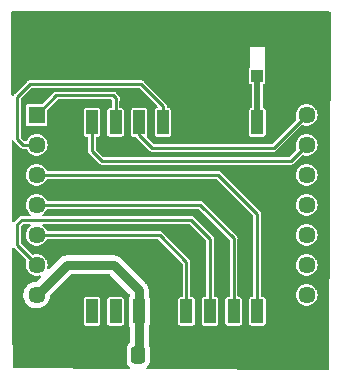
<source format=gbr>
%TF.GenerationSoftware,KiCad,Pcbnew,(6.0.2-0)*%
%TF.CreationDate,2023-05-03T15:41:35+02:00*%
%TF.ProjectId,Board_mikrobus_Nice1280_TCXO,426f6172-645f-46d6-996b-726f6275735f,rev?*%
%TF.SameCoordinates,Original*%
%TF.FileFunction,Copper,L1,Top*%
%TF.FilePolarity,Positive*%
%FSLAX46Y46*%
G04 Gerber Fmt 4.6, Leading zero omitted, Abs format (unit mm)*
G04 Created by KiCad (PCBNEW (6.0.2-0)) date 2023-05-03 15:41:35*
%MOMM*%
%LPD*%
G01*
G04 APERTURE LIST*
G04 Aperture macros list*
%AMRoundRect*
0 Rectangle with rounded corners*
0 $1 Rounding radius*
0 $2 $3 $4 $5 $6 $7 $8 $9 X,Y pos of 4 corners*
0 Add a 4 corners polygon primitive as box body*
4,1,4,$2,$3,$4,$5,$6,$7,$8,$9,$2,$3,0*
0 Add four circle primitives for the rounded corners*
1,1,$1+$1,$2,$3*
1,1,$1+$1,$4,$5*
1,1,$1+$1,$6,$7*
1,1,$1+$1,$8,$9*
0 Add four rect primitives between the rounded corners*
20,1,$1+$1,$2,$3,$4,$5,0*
20,1,$1+$1,$4,$5,$6,$7,0*
20,1,$1+$1,$6,$7,$8,$9,0*
20,1,$1+$1,$8,$9,$2,$3,0*%
G04 Aperture macros list end*
%TA.AperFunction,ComponentPad*%
%ADD10C,1.445000*%
%TD*%
%TA.AperFunction,ComponentPad*%
%ADD11R,1.445000X1.445000*%
%TD*%
%TA.AperFunction,SMDPad,CuDef*%
%ADD12R,1.000000X2.000000*%
%TD*%
%TA.AperFunction,SMDPad,CuDef*%
%ADD13RoundRect,0.250000X-0.337500X-0.475000X0.337500X-0.475000X0.337500X0.475000X-0.337500X0.475000X0*%
%TD*%
%TA.AperFunction,SMDPad,CuDef*%
%ADD14R,1.000000X1.000000*%
%TD*%
%TA.AperFunction,SMDPad,CuDef*%
%ADD15R,1.050000X2.200000*%
%TD*%
%TA.AperFunction,ViaPad*%
%ADD16C,0.800000*%
%TD*%
%TA.AperFunction,Conductor*%
%ADD17C,0.800000*%
%TD*%
%TA.AperFunction,Conductor*%
%ADD18C,0.250000*%
%TD*%
%TA.AperFunction,Conductor*%
%ADD19C,0.500000*%
%TD*%
G04 APERTURE END LIST*
D10*
%TO.P,IC1,16,GND_2*%
%TO.N,GND*%
X148953000Y-93001000D03*
%TO.P,IC1,15,+5V*%
%TO.N,unconnected-(IC1-Pad15)*%
X148953000Y-90461000D03*
%TO.P,IC1,14,SDA*%
%TO.N,unconnected-(IC1-Pad14)*%
X148953000Y-87921000D03*
%TO.P,IC1,13,SCL*%
%TO.N,unconnected-(IC1-Pad13)*%
X148953000Y-85381000D03*
%TO.P,IC1,12,TX*%
%TO.N,unconnected-(IC1-Pad12)*%
X148953000Y-82841000D03*
%TO.P,IC1,11,RX*%
%TO.N,unconnected-(IC1-Pad11)*%
X148953000Y-80301000D03*
%TO.P,IC1,10,INT*%
%TO.N,DIO1*%
X148953000Y-77761000D03*
%TO.P,IC1,9,PWM*%
%TO.N,TXOEN*%
X148953000Y-75221000D03*
%TO.P,IC1,8,GND_1*%
%TO.N,GND*%
X126093000Y-93001000D03*
%TO.P,IC1,7,+3.3V*%
%TO.N,VCC*%
X126093000Y-90461000D03*
%TO.P,IC1,6,MOSI*%
%TO.N,MOSI*%
X126093000Y-87921000D03*
%TO.P,IC1,5,MISO*%
%TO.N,MISO*%
X126093000Y-85381000D03*
%TO.P,IC1,4,SCK*%
%TO.N,SCK*%
X126093000Y-82841000D03*
%TO.P,IC1,3,CS*%
%TO.N,NSS*%
X126093000Y-80301000D03*
%TO.P,IC1,2,RST*%
%TO.N,RESET*%
X126093000Y-77761000D03*
D11*
%TO.P,IC1,1,AN*%
%TO.N,BUSY*%
X126093000Y-75221000D03*
%TD*%
D12*
%TO.P,U1,1,DIO2*%
%TO.N,DIO2*%
X130777000Y-91857000D03*
%TO.P,U1,2,DIO3*%
%TO.N,DIO3*%
X132777000Y-91857000D03*
%TO.P,U1,3,VCC*%
%TO.N,VCC*%
X134777000Y-91857000D03*
%TO.P,U1,4,GND*%
%TO.N,GND*%
X136777000Y-91857000D03*
%TO.P,U1,5,MISO*%
%TO.N,MISO*%
X138777000Y-91857000D03*
%TO.P,U1,6,MOSI*%
%TO.N,MOSI*%
X140777000Y-91857000D03*
%TO.P,U1,7,SCK*%
%TO.N,SCK*%
X142777000Y-91857000D03*
%TO.P,U1,8,NSS*%
%TO.N,NSS*%
X144777000Y-91857000D03*
%TO.P,U1,9,ANT*%
%TO.N,Net-(J1-Pad1)*%
X144777000Y-75857000D03*
%TO.P,U1,10,GND*%
%TO.N,GND*%
X142777000Y-75857000D03*
%TO.P,U1,11,GND*%
X140777000Y-75857000D03*
%TO.P,U1,12,GND*%
X138777000Y-75857000D03*
%TO.P,U1,13,NRESET*%
%TO.N,RESET*%
X136777000Y-75857000D03*
%TO.P,U1,14,TCXOEN*%
%TO.N,TXOEN*%
X134777000Y-75857000D03*
%TO.P,U1,15,BUSY*%
%TO.N,BUSY*%
X132777000Y-75857000D03*
%TO.P,U1,16,DIO1*%
%TO.N,DIO1*%
X130777000Y-75857000D03*
%TD*%
D13*
%TO.P,C1,1*%
%TO.N,VCC*%
X134707500Y-95541000D03*
%TO.P,C1,2*%
%TO.N,GND*%
X136782500Y-95541000D03*
%TD*%
D14*
%TO.P,J1,1,In*%
%TO.N,Net-(J1-Pad1)*%
X144762000Y-71895000D03*
%TO.P,J1,2,Ext*%
%TO.N,GND*%
X144762000Y-68895000D03*
D15*
X143287000Y-70395000D03*
X146237000Y-70395000D03*
%TD*%
D16*
%TO.N,GND*%
X149613400Y-69963200D03*
X126042200Y-69887000D03*
X149562600Y-67651800D03*
X147424380Y-67651800D03*
X145286162Y-67651800D03*
X143147944Y-67651800D03*
X141009726Y-67651800D03*
X138871508Y-67651800D03*
X136733290Y-67651800D03*
X134595072Y-67651800D03*
X132456854Y-67651800D03*
X130318636Y-67651800D03*
X128180418Y-67651800D03*
X126042200Y-67651800D03*
X149765800Y-95566400D03*
X147632200Y-95566400D03*
X145498600Y-95566400D03*
X143365000Y-95566400D03*
X141231400Y-95566400D03*
X139097800Y-95566400D03*
X132722400Y-95566400D03*
X130512600Y-95566400D03*
X128302800Y-95566400D03*
X126093000Y-95566400D03*
%TD*%
D17*
%TO.N,GND*%
X136777000Y-95535500D02*
X136782500Y-95541000D01*
X143287000Y-70395000D02*
X143287000Y-70370000D01*
X144762000Y-68895000D02*
X144762000Y-68920000D01*
%TO.N,VCC*%
X126093000Y-90461000D02*
X128633000Y-87921000D01*
X134777000Y-95471500D02*
X134707500Y-95541000D01*
X132641000Y-87921000D02*
X134777000Y-90057000D01*
X128633000Y-87921000D02*
X132641000Y-87921000D01*
X134777000Y-91857000D02*
X134777000Y-95471500D01*
X134777000Y-90057000D02*
X134777000Y-91857000D01*
D18*
%TO.N,MISO*%
X126093000Y-85381000D02*
X136507000Y-85381000D01*
X136507000Y-85381000D02*
X138777000Y-87651000D01*
X138777000Y-87651000D02*
X138777000Y-91857000D01*
%TO.N,NSS*%
X141460000Y-80301000D02*
X144777000Y-83618000D01*
X126093000Y-80301000D02*
X141460000Y-80301000D01*
X144777000Y-83618000D02*
X144777000Y-91857000D01*
%TO.N,MOSI*%
X139174000Y-84111000D02*
X140777000Y-85714000D01*
X124442000Y-84492000D02*
X124823000Y-84111000D01*
X124823000Y-84111000D02*
X139174000Y-84111000D01*
X140777000Y-85714000D02*
X140777000Y-91857000D01*
X124442000Y-86270000D02*
X124442000Y-84492000D01*
X126093000Y-87921000D02*
X124442000Y-86270000D01*
%TO.N,SCK*%
X142777000Y-85682000D02*
X142777000Y-91857000D01*
X139936000Y-82841000D02*
X142777000Y-85682000D01*
X126093000Y-82841000D02*
X139936000Y-82841000D01*
%TO.N,RESET*%
X124442000Y-73697000D02*
X125526520Y-72612480D01*
X126093000Y-77761000D02*
X124950000Y-77761000D01*
X136777000Y-74475000D02*
X136777000Y-75857000D01*
X124442000Y-77253000D02*
X124442000Y-73697000D01*
X124950000Y-77761000D02*
X124442000Y-77253000D01*
X134914480Y-72612480D02*
X136777000Y-74475000D01*
X125526520Y-72612480D02*
X134914480Y-72612480D01*
%TO.N,BUSY*%
X132824000Y-73824000D02*
X132777000Y-73871000D01*
X126093000Y-75221000D02*
X127744000Y-73570000D01*
X127744000Y-73570000D02*
X132570000Y-73570000D01*
X132570000Y-73570000D02*
X132824000Y-73824000D01*
X132777000Y-73871000D02*
X132777000Y-75857000D01*
%TO.N,DIO1*%
X130777000Y-78254000D02*
X131622520Y-79099520D01*
X130777000Y-75857000D02*
X130777000Y-78254000D01*
X131622520Y-79099520D02*
X147614480Y-79099520D01*
X147614480Y-79099520D02*
X148953000Y-77761000D01*
%TO.N,TXOEN*%
X146159000Y-78015000D02*
X148953000Y-75221000D01*
X134777000Y-75857000D02*
X134777000Y-76920000D01*
X134777000Y-76920000D02*
X135872000Y-78015000D01*
X135872000Y-78015000D02*
X146159000Y-78015000D01*
%TO.N,Net-(J1-Pad1)*%
X144777000Y-71910000D02*
X144762000Y-71895000D01*
D19*
X144777000Y-75857000D02*
X144777000Y-71910000D01*
%TD*%
%TA.AperFunction,Conductor*%
%TO.N,GND*%
G36*
X150943776Y-66476907D02*
G01*
X150979740Y-66526407D01*
X150984584Y-66557414D01*
X150858414Y-96711946D01*
X150839264Y-96770057D01*
X150789613Y-96805814D01*
X150758949Y-96810531D01*
X135463401Y-96738040D01*
X135405301Y-96718857D01*
X135369572Y-96669187D01*
X135369862Y-96608002D01*
X135406060Y-96558673D01*
X135413476Y-96553827D01*
X135441507Y-96537250D01*
X135441509Y-96537249D01*
X135446865Y-96534081D01*
X135563081Y-96417865D01*
X135646744Y-96276398D01*
X135692598Y-96118569D01*
X135695500Y-96081694D01*
X135695500Y-95000306D01*
X135692598Y-94963431D01*
X135646744Y-94805602D01*
X135591286Y-94711827D01*
X135577500Y-94661432D01*
X135577500Y-93163356D01*
X135596406Y-93105167D01*
X135599543Y-93100849D01*
X135605050Y-93095342D01*
X135633848Y-93038823D01*
X135659110Y-92989244D01*
X135659110Y-92989243D01*
X135662646Y-92982304D01*
X135677500Y-92888519D01*
X135677499Y-90825482D01*
X135662646Y-90731696D01*
X135605050Y-90618658D01*
X135599543Y-90613151D01*
X135596406Y-90608833D01*
X135577500Y-90550644D01*
X135577500Y-90065991D01*
X135577505Y-90064954D01*
X135578383Y-89981126D01*
X135578441Y-89975593D01*
X135569093Y-89932359D01*
X135567476Y-89922481D01*
X135566692Y-89915486D01*
X135562546Y-89878528D01*
X135560728Y-89873308D01*
X135560727Y-89873303D01*
X135551108Y-89845683D01*
X135547837Y-89834045D01*
X135541659Y-89805472D01*
X135540489Y-89800058D01*
X135521798Y-89759975D01*
X135518034Y-89750704D01*
X135505306Y-89714155D01*
X135505304Y-89714151D01*
X135503485Y-89708927D01*
X135500553Y-89704234D01*
X135485058Y-89679436D01*
X135479292Y-89668817D01*
X135466929Y-89642306D01*
X135464591Y-89637292D01*
X135437484Y-89602346D01*
X135431753Y-89594130D01*
X135411255Y-89561327D01*
X135411251Y-89561322D01*
X135408316Y-89556625D01*
X135380061Y-89528172D01*
X135379398Y-89527463D01*
X135378901Y-89526823D01*
X135353041Y-89500963D01*
X135352798Y-89500718D01*
X135284162Y-89431601D01*
X135284155Y-89431595D01*
X135281770Y-89429193D01*
X135280769Y-89428558D01*
X135279476Y-89427398D01*
X133213366Y-87361288D01*
X133212637Y-87360551D01*
X133154012Y-87300685D01*
X133150141Y-87296732D01*
X133112967Y-87272775D01*
X133104832Y-87266929D01*
X133074593Y-87242790D01*
X133074592Y-87242789D01*
X133070266Y-87239336D01*
X133065289Y-87236930D01*
X133065281Y-87236925D01*
X133038952Y-87224197D01*
X133028411Y-87218282D01*
X133003834Y-87202443D01*
X133003832Y-87202442D01*
X132999183Y-87199446D01*
X132957604Y-87184312D01*
X132948397Y-87180422D01*
X132913566Y-87163584D01*
X132913564Y-87163583D01*
X132908578Y-87161173D01*
X132874687Y-87153349D01*
X132863102Y-87149916D01*
X132835631Y-87139917D01*
X132835624Y-87139915D01*
X132830422Y-87138022D01*
X132797559Y-87133870D01*
X132786546Y-87132479D01*
X132776685Y-87130723D01*
X132759378Y-87126728D01*
X132733589Y-87120774D01*
X132693508Y-87120634D01*
X132692519Y-87120601D01*
X132691717Y-87120500D01*
X132655168Y-87120500D01*
X132654822Y-87120499D01*
X132653509Y-87120494D01*
X132554000Y-87120147D01*
X132552841Y-87120406D01*
X132551106Y-87120500D01*
X128641991Y-87120500D01*
X128640954Y-87120495D01*
X128622432Y-87120301D01*
X128551593Y-87119559D01*
X128508359Y-87128907D01*
X128498484Y-87130523D01*
X128486987Y-87131813D01*
X128460025Y-87134837D01*
X128460021Y-87134838D01*
X128454528Y-87135454D01*
X128449308Y-87137272D01*
X128449303Y-87137273D01*
X128421683Y-87146892D01*
X128410043Y-87150163D01*
X128376058Y-87157511D01*
X128335968Y-87176205D01*
X128326700Y-87179968D01*
X128319131Y-87182604D01*
X128284927Y-87194515D01*
X128280236Y-87197446D01*
X128280228Y-87197450D01*
X128255430Y-87212946D01*
X128244819Y-87218708D01*
X128213292Y-87233410D01*
X128178338Y-87260523D01*
X128170135Y-87266245D01*
X128137324Y-87286747D01*
X128137319Y-87286751D01*
X128132625Y-87289684D01*
X128104172Y-87317939D01*
X128103463Y-87318602D01*
X128102823Y-87319099D01*
X128076963Y-87344959D01*
X128076718Y-87345202D01*
X128007601Y-87413838D01*
X128007595Y-87413845D01*
X128005193Y-87416230D01*
X128004558Y-87417231D01*
X128003398Y-87418524D01*
X127144553Y-88277369D01*
X127090036Y-88305146D01*
X127029604Y-88295575D01*
X126986339Y-88252310D01*
X126976768Y-88191878D01*
X126980394Y-88176772D01*
X126999201Y-88118892D01*
X126999202Y-88118888D01*
X127000803Y-88113960D01*
X127021084Y-87921000D01*
X127000803Y-87728040D01*
X126999202Y-87723112D01*
X126999201Y-87723108D01*
X126942449Y-87548444D01*
X126942448Y-87548443D01*
X126940847Y-87543514D01*
X126922258Y-87511316D01*
X126846429Y-87379977D01*
X126846428Y-87379976D01*
X126843836Y-87375486D01*
X126816349Y-87344959D01*
X126717479Y-87235152D01*
X126717475Y-87235149D01*
X126714009Y-87231299D01*
X126557042Y-87117256D01*
X126552310Y-87115149D01*
X126552308Y-87115148D01*
X126384532Y-87040449D01*
X126384528Y-87040448D01*
X126379794Y-87038340D01*
X126190011Y-86998000D01*
X125995989Y-86998000D01*
X125806206Y-87038340D01*
X125801464Y-87040451D01*
X125801465Y-87040451D01*
X125774582Y-87052420D01*
X125713732Y-87058817D01*
X125664310Y-87031984D01*
X124796496Y-86164170D01*
X124768719Y-86109653D01*
X124767500Y-86094166D01*
X124767500Y-84667833D01*
X124786407Y-84609642D01*
X124796497Y-84597829D01*
X124928831Y-84465496D01*
X124983347Y-84437719D01*
X124998834Y-84436500D01*
X125518001Y-84436500D01*
X125576192Y-84455407D01*
X125612156Y-84504907D01*
X125612156Y-84566093D01*
X125576192Y-84615592D01*
X125471991Y-84691299D01*
X125468525Y-84695149D01*
X125468521Y-84695152D01*
X125350506Y-84826221D01*
X125342164Y-84835486D01*
X125245153Y-85003514D01*
X125243552Y-85008443D01*
X125243551Y-85008444D01*
X125186799Y-85183108D01*
X125186798Y-85183112D01*
X125185197Y-85188040D01*
X125164916Y-85381000D01*
X125185197Y-85573960D01*
X125186798Y-85578888D01*
X125186799Y-85578892D01*
X125233913Y-85723894D01*
X125245153Y-85758486D01*
X125247744Y-85762974D01*
X125247745Y-85762976D01*
X125312046Y-85874348D01*
X125342164Y-85926514D01*
X125345636Y-85930370D01*
X125468521Y-86066848D01*
X125468525Y-86066851D01*
X125471991Y-86070701D01*
X125628958Y-86184744D01*
X125633690Y-86186851D01*
X125633692Y-86186852D01*
X125801468Y-86261551D01*
X125801472Y-86261552D01*
X125806206Y-86263660D01*
X125995989Y-86304000D01*
X126190011Y-86304000D01*
X126379794Y-86263660D01*
X126384528Y-86261552D01*
X126384532Y-86261551D01*
X126552308Y-86186852D01*
X126552310Y-86186851D01*
X126557042Y-86184744D01*
X126714009Y-86070701D01*
X126717475Y-86066851D01*
X126717479Y-86066848D01*
X126840364Y-85930370D01*
X126843836Y-85926514D01*
X126940847Y-85758486D01*
X126942476Y-85759427D01*
X126978196Y-85719761D01*
X127027691Y-85706500D01*
X136331166Y-85706500D01*
X136389357Y-85725407D01*
X136401170Y-85735496D01*
X138422504Y-87756830D01*
X138450281Y-87811347D01*
X138451500Y-87826834D01*
X138451500Y-90557500D01*
X138432593Y-90615691D01*
X138383093Y-90651655D01*
X138352500Y-90656500D01*
X138257252Y-90656500D01*
X138231005Y-90661721D01*
X138208334Y-90666230D01*
X138208332Y-90666231D01*
X138198769Y-90668133D01*
X138132448Y-90712448D01*
X138088133Y-90778769D01*
X138076500Y-90837252D01*
X138076500Y-92876748D01*
X138088133Y-92935231D01*
X138132448Y-93001552D01*
X138198769Y-93045867D01*
X138208332Y-93047769D01*
X138208334Y-93047770D01*
X138231005Y-93052279D01*
X138257252Y-93057500D01*
X139296748Y-93057500D01*
X139322995Y-93052279D01*
X139345666Y-93047770D01*
X139345668Y-93047769D01*
X139355231Y-93045867D01*
X139421552Y-93001552D01*
X139465867Y-92935231D01*
X139477500Y-92876748D01*
X139477500Y-90837252D01*
X139465867Y-90778769D01*
X139421552Y-90712448D01*
X139355231Y-90668133D01*
X139345668Y-90666231D01*
X139345666Y-90666230D01*
X139322995Y-90661721D01*
X139296748Y-90656500D01*
X139201500Y-90656500D01*
X139143309Y-90637593D01*
X139107345Y-90588093D01*
X139102500Y-90557500D01*
X139102500Y-87669534D01*
X139102877Y-87660905D01*
X139105509Y-87630822D01*
X139106264Y-87622193D01*
X139096204Y-87584650D01*
X139094334Y-87576216D01*
X139089092Y-87546483D01*
X139089091Y-87546481D01*
X139087588Y-87537955D01*
X139083258Y-87530456D01*
X139081262Y-87524971D01*
X139078796Y-87519684D01*
X139076554Y-87511316D01*
X139054268Y-87479489D01*
X139049627Y-87472205D01*
X139034523Y-87446044D01*
X139030194Y-87438545D01*
X139000429Y-87413569D01*
X138994061Y-87407735D01*
X136750269Y-85163943D01*
X136744434Y-85157575D01*
X136719455Y-85127806D01*
X136685792Y-85108371D01*
X136678511Y-85103732D01*
X136676056Y-85102013D01*
X136646684Y-85081446D01*
X136638316Y-85079204D01*
X136633029Y-85076738D01*
X136627544Y-85074742D01*
X136620045Y-85070412D01*
X136611519Y-85068909D01*
X136611517Y-85068908D01*
X136581784Y-85063666D01*
X136573349Y-85061796D01*
X136544174Y-85053978D01*
X136535807Y-85051736D01*
X136527178Y-85052491D01*
X136497095Y-85055123D01*
X136488466Y-85055500D01*
X127027691Y-85055500D01*
X126969500Y-85036593D01*
X126942118Y-85002780D01*
X126940847Y-85003514D01*
X126846429Y-84839977D01*
X126846428Y-84839976D01*
X126843836Y-84835486D01*
X126835494Y-84826221D01*
X126717479Y-84695152D01*
X126717475Y-84695149D01*
X126714009Y-84691299D01*
X126609808Y-84615592D01*
X126573844Y-84566093D01*
X126573844Y-84504908D01*
X126609808Y-84455407D01*
X126667999Y-84436500D01*
X138998166Y-84436500D01*
X139056357Y-84455407D01*
X139068170Y-84465496D01*
X140422504Y-85819831D01*
X140450281Y-85874348D01*
X140451500Y-85889835D01*
X140451500Y-90557500D01*
X140432593Y-90615691D01*
X140383093Y-90651655D01*
X140352500Y-90656500D01*
X140257252Y-90656500D01*
X140231005Y-90661721D01*
X140208334Y-90666230D01*
X140208332Y-90666231D01*
X140198769Y-90668133D01*
X140132448Y-90712448D01*
X140088133Y-90778769D01*
X140076500Y-90837252D01*
X140076500Y-92876748D01*
X140088133Y-92935231D01*
X140132448Y-93001552D01*
X140198769Y-93045867D01*
X140208332Y-93047769D01*
X140208334Y-93047770D01*
X140231005Y-93052279D01*
X140257252Y-93057500D01*
X141296748Y-93057500D01*
X141322995Y-93052279D01*
X141345666Y-93047770D01*
X141345668Y-93047769D01*
X141355231Y-93045867D01*
X141421552Y-93001552D01*
X141465867Y-92935231D01*
X141477500Y-92876748D01*
X141477500Y-90837252D01*
X141465867Y-90778769D01*
X141421552Y-90712448D01*
X141355231Y-90668133D01*
X141345668Y-90666231D01*
X141345666Y-90666230D01*
X141322995Y-90661721D01*
X141296748Y-90656500D01*
X141201500Y-90656500D01*
X141143309Y-90637593D01*
X141107345Y-90588093D01*
X141102500Y-90557500D01*
X141102500Y-85732523D01*
X141102877Y-85723894D01*
X141105508Y-85693820D01*
X141106263Y-85685193D01*
X141104022Y-85676830D01*
X141104022Y-85676827D01*
X141096206Y-85647656D01*
X141094337Y-85639228D01*
X141089092Y-85609485D01*
X141087588Y-85600955D01*
X141083257Y-85593454D01*
X141081258Y-85587960D01*
X141078795Y-85582678D01*
X141076554Y-85574316D01*
X141054259Y-85542475D01*
X141049636Y-85535219D01*
X141030194Y-85501545D01*
X141000435Y-85476574D01*
X140994067Y-85470740D01*
X139417269Y-83893943D01*
X139411434Y-83887575D01*
X139411431Y-83887571D01*
X139386455Y-83857806D01*
X139352792Y-83838371D01*
X139345511Y-83833732D01*
X139343056Y-83832013D01*
X139313684Y-83811446D01*
X139305316Y-83809204D01*
X139300029Y-83806738D01*
X139294544Y-83804742D01*
X139287045Y-83800412D01*
X139278519Y-83798909D01*
X139278517Y-83798908D01*
X139248784Y-83793666D01*
X139240349Y-83791796D01*
X139211174Y-83783978D01*
X139202807Y-83781736D01*
X139177182Y-83783978D01*
X139164095Y-83785123D01*
X139155466Y-83785500D01*
X126667999Y-83785500D01*
X126609808Y-83766593D01*
X126573844Y-83717093D01*
X126573844Y-83655907D01*
X126609808Y-83606407D01*
X126714009Y-83530701D01*
X126717475Y-83526851D01*
X126717479Y-83526848D01*
X126840364Y-83390370D01*
X126843836Y-83386514D01*
X126940847Y-83218486D01*
X126942476Y-83219427D01*
X126978196Y-83179761D01*
X127027691Y-83166500D01*
X139760166Y-83166500D01*
X139818357Y-83185407D01*
X139830170Y-83195496D01*
X142422504Y-85787830D01*
X142450281Y-85842347D01*
X142451500Y-85857834D01*
X142451500Y-90557500D01*
X142432593Y-90615691D01*
X142383093Y-90651655D01*
X142352500Y-90656500D01*
X142257252Y-90656500D01*
X142231005Y-90661721D01*
X142208334Y-90666230D01*
X142208332Y-90666231D01*
X142198769Y-90668133D01*
X142132448Y-90712448D01*
X142088133Y-90778769D01*
X142076500Y-90837252D01*
X142076500Y-92876748D01*
X142088133Y-92935231D01*
X142132448Y-93001552D01*
X142198769Y-93045867D01*
X142208332Y-93047769D01*
X142208334Y-93047770D01*
X142231005Y-93052279D01*
X142257252Y-93057500D01*
X143296748Y-93057500D01*
X143322995Y-93052279D01*
X143345666Y-93047770D01*
X143345668Y-93047769D01*
X143355231Y-93045867D01*
X143421552Y-93001552D01*
X143465867Y-92935231D01*
X143477500Y-92876748D01*
X143477500Y-90837252D01*
X143465867Y-90778769D01*
X143421552Y-90712448D01*
X143355231Y-90668133D01*
X143345668Y-90666231D01*
X143345666Y-90666230D01*
X143322995Y-90661721D01*
X143296748Y-90656500D01*
X143201500Y-90656500D01*
X143143309Y-90637593D01*
X143107345Y-90588093D01*
X143102500Y-90557500D01*
X143102500Y-85700534D01*
X143102877Y-85691905D01*
X143105509Y-85661822D01*
X143106264Y-85653193D01*
X143096204Y-85615650D01*
X143094334Y-85607216D01*
X143089092Y-85577483D01*
X143089091Y-85577481D01*
X143087588Y-85568955D01*
X143083258Y-85561456D01*
X143081262Y-85555971D01*
X143078796Y-85550684D01*
X143076554Y-85542316D01*
X143054268Y-85510489D01*
X143049627Y-85503205D01*
X143034523Y-85477044D01*
X143030194Y-85469545D01*
X143000429Y-85444569D01*
X142994061Y-85438735D01*
X140179269Y-82623943D01*
X140173434Y-82617575D01*
X140148455Y-82587806D01*
X140114792Y-82568371D01*
X140107511Y-82563732D01*
X140105056Y-82562013D01*
X140075684Y-82541446D01*
X140067316Y-82539204D01*
X140062029Y-82536738D01*
X140056544Y-82534742D01*
X140049045Y-82530412D01*
X140040519Y-82528909D01*
X140040517Y-82528908D01*
X140010784Y-82523666D01*
X140002349Y-82521796D01*
X139973174Y-82513978D01*
X139964807Y-82511736D01*
X139956178Y-82512491D01*
X139926095Y-82515123D01*
X139917466Y-82515500D01*
X127027691Y-82515500D01*
X126969500Y-82496593D01*
X126942118Y-82462780D01*
X126940847Y-82463514D01*
X126846429Y-82299977D01*
X126846428Y-82299976D01*
X126843836Y-82295486D01*
X126835494Y-82286221D01*
X126717479Y-82155152D01*
X126717475Y-82155149D01*
X126714009Y-82151299D01*
X126557042Y-82037256D01*
X126552310Y-82035149D01*
X126552308Y-82035148D01*
X126384532Y-81960449D01*
X126384528Y-81960448D01*
X126379794Y-81958340D01*
X126190011Y-81918000D01*
X125995989Y-81918000D01*
X125806206Y-81958340D01*
X125801472Y-81960448D01*
X125801468Y-81960449D01*
X125633692Y-82035148D01*
X125633690Y-82035149D01*
X125628958Y-82037256D01*
X125471991Y-82151299D01*
X125468525Y-82155149D01*
X125468521Y-82155152D01*
X125350506Y-82286221D01*
X125342164Y-82295486D01*
X125245153Y-82463514D01*
X125243552Y-82468443D01*
X125243551Y-82468444D01*
X125186799Y-82643108D01*
X125186798Y-82643112D01*
X125185197Y-82648040D01*
X125164916Y-82841000D01*
X125185197Y-83033960D01*
X125186798Y-83038888D01*
X125186799Y-83038892D01*
X125234405Y-83185407D01*
X125245153Y-83218486D01*
X125342164Y-83386514D01*
X125345636Y-83390370D01*
X125468521Y-83526848D01*
X125468525Y-83526851D01*
X125471991Y-83530701D01*
X125576192Y-83606407D01*
X125612156Y-83655907D01*
X125612156Y-83717092D01*
X125576192Y-83766593D01*
X125518001Y-83785500D01*
X124841523Y-83785500D01*
X124832894Y-83785123D01*
X124832884Y-83785122D01*
X124794193Y-83781737D01*
X124785830Y-83783978D01*
X124785827Y-83783978D01*
X124756656Y-83791794D01*
X124748229Y-83793663D01*
X124709955Y-83800412D01*
X124702454Y-83804743D01*
X124696960Y-83806742D01*
X124691678Y-83809205D01*
X124683316Y-83811446D01*
X124676223Y-83816413D01*
X124676222Y-83816413D01*
X124651478Y-83833739D01*
X124644219Y-83838364D01*
X124610545Y-83857806D01*
X124604975Y-83864444D01*
X124585569Y-83887571D01*
X124579735Y-83893938D01*
X124224949Y-84248725D01*
X124218581Y-84254561D01*
X124188806Y-84279545D01*
X124184476Y-84287044D01*
X124183489Y-84288221D01*
X124131601Y-84320645D01*
X124070565Y-84316378D01*
X124023694Y-84277049D01*
X124008651Y-84225002D01*
X124007234Y-83887575D01*
X123992164Y-80301000D01*
X125164916Y-80301000D01*
X125185197Y-80493960D01*
X125186798Y-80498888D01*
X125186799Y-80498892D01*
X125234405Y-80645407D01*
X125245153Y-80678486D01*
X125342164Y-80846514D01*
X125345636Y-80850370D01*
X125468521Y-80986848D01*
X125468525Y-80986851D01*
X125471991Y-80990701D01*
X125628958Y-81104744D01*
X125633690Y-81106851D01*
X125633692Y-81106852D01*
X125801468Y-81181551D01*
X125801472Y-81181552D01*
X125806206Y-81183660D01*
X125995989Y-81224000D01*
X126190011Y-81224000D01*
X126379794Y-81183660D01*
X126384528Y-81181552D01*
X126384532Y-81181551D01*
X126552308Y-81106852D01*
X126552310Y-81106851D01*
X126557042Y-81104744D01*
X126714009Y-80990701D01*
X126717475Y-80986851D01*
X126717479Y-80986848D01*
X126840364Y-80850370D01*
X126843836Y-80846514D01*
X126940847Y-80678486D01*
X126942476Y-80679427D01*
X126978196Y-80639761D01*
X127027691Y-80626500D01*
X141284166Y-80626500D01*
X141342357Y-80645407D01*
X141354170Y-80655496D01*
X144422504Y-83723831D01*
X144450281Y-83778348D01*
X144451500Y-83793835D01*
X144451500Y-90557500D01*
X144432593Y-90615691D01*
X144383093Y-90651655D01*
X144352500Y-90656500D01*
X144257252Y-90656500D01*
X144231005Y-90661721D01*
X144208334Y-90666230D01*
X144208332Y-90666231D01*
X144198769Y-90668133D01*
X144132448Y-90712448D01*
X144088133Y-90778769D01*
X144076500Y-90837252D01*
X144076500Y-92876748D01*
X144088133Y-92935231D01*
X144132448Y-93001552D01*
X144198769Y-93045867D01*
X144208332Y-93047769D01*
X144208334Y-93047770D01*
X144231005Y-93052279D01*
X144257252Y-93057500D01*
X145296748Y-93057500D01*
X145322995Y-93052279D01*
X145345666Y-93047770D01*
X145345668Y-93047769D01*
X145355231Y-93045867D01*
X145421552Y-93001552D01*
X145465867Y-92935231D01*
X145477500Y-92876748D01*
X145477500Y-90837252D01*
X145465867Y-90778769D01*
X145421552Y-90712448D01*
X145355231Y-90668133D01*
X145345668Y-90666231D01*
X145345666Y-90666230D01*
X145322995Y-90661721D01*
X145296748Y-90656500D01*
X145201500Y-90656500D01*
X145143309Y-90637593D01*
X145107345Y-90588093D01*
X145102500Y-90557500D01*
X145102500Y-90461000D01*
X148024916Y-90461000D01*
X148045197Y-90653960D01*
X148046798Y-90658888D01*
X148046799Y-90658892D01*
X148099677Y-90821634D01*
X148105153Y-90838486D01*
X148107744Y-90842974D01*
X148107745Y-90842976D01*
X148199571Y-91002023D01*
X148202164Y-91006514D01*
X148205636Y-91010370D01*
X148328521Y-91146848D01*
X148328525Y-91146851D01*
X148331991Y-91150701D01*
X148488958Y-91264744D01*
X148493690Y-91266851D01*
X148493692Y-91266852D01*
X148661468Y-91341551D01*
X148661472Y-91341552D01*
X148666206Y-91343660D01*
X148855989Y-91384000D01*
X149050011Y-91384000D01*
X149239794Y-91343660D01*
X149244528Y-91341552D01*
X149244532Y-91341551D01*
X149412308Y-91266852D01*
X149412310Y-91266851D01*
X149417042Y-91264744D01*
X149574009Y-91150701D01*
X149577475Y-91146851D01*
X149577479Y-91146848D01*
X149700364Y-91010370D01*
X149703836Y-91006514D01*
X149706429Y-91002023D01*
X149798255Y-90842976D01*
X149798256Y-90842974D01*
X149800847Y-90838486D01*
X149806323Y-90821634D01*
X149859201Y-90658892D01*
X149859202Y-90658888D01*
X149860803Y-90653960D01*
X149881084Y-90461000D01*
X149860803Y-90268040D01*
X149859202Y-90263112D01*
X149859201Y-90263108D01*
X149802449Y-90088444D01*
X149802448Y-90088443D01*
X149800847Y-90083514D01*
X149790132Y-90064954D01*
X149706429Y-89919977D01*
X149706428Y-89919976D01*
X149703836Y-89915486D01*
X149638734Y-89843183D01*
X149577479Y-89775152D01*
X149577475Y-89775149D01*
X149574009Y-89771299D01*
X149417042Y-89657256D01*
X149412310Y-89655149D01*
X149412308Y-89655148D01*
X149244532Y-89580449D01*
X149244528Y-89580448D01*
X149239794Y-89578340D01*
X149050011Y-89538000D01*
X148855989Y-89538000D01*
X148666206Y-89578340D01*
X148661472Y-89580448D01*
X148661468Y-89580449D01*
X148493692Y-89655148D01*
X148493690Y-89655149D01*
X148488958Y-89657256D01*
X148331991Y-89771299D01*
X148328525Y-89775149D01*
X148328521Y-89775152D01*
X148267266Y-89843183D01*
X148202164Y-89915486D01*
X148199572Y-89919976D01*
X148199571Y-89919977D01*
X148115869Y-90064954D01*
X148105153Y-90083514D01*
X148103552Y-90088443D01*
X148103551Y-90088444D01*
X148046799Y-90263108D01*
X148046798Y-90263112D01*
X148045197Y-90268040D01*
X148024916Y-90461000D01*
X145102500Y-90461000D01*
X145102500Y-87921000D01*
X148024916Y-87921000D01*
X148045197Y-88113960D01*
X148046798Y-88118888D01*
X148046799Y-88118892D01*
X148098292Y-88277369D01*
X148105153Y-88298486D01*
X148202164Y-88466514D01*
X148205636Y-88470370D01*
X148328521Y-88606848D01*
X148328525Y-88606851D01*
X148331991Y-88610701D01*
X148488958Y-88724744D01*
X148493690Y-88726851D01*
X148493692Y-88726852D01*
X148661468Y-88801551D01*
X148661472Y-88801552D01*
X148666206Y-88803660D01*
X148855989Y-88844000D01*
X149050011Y-88844000D01*
X149239794Y-88803660D01*
X149244528Y-88801552D01*
X149244532Y-88801551D01*
X149412308Y-88726852D01*
X149412310Y-88726851D01*
X149417042Y-88724744D01*
X149574009Y-88610701D01*
X149577475Y-88606851D01*
X149577479Y-88606848D01*
X149700364Y-88470370D01*
X149703836Y-88466514D01*
X149800847Y-88298486D01*
X149807708Y-88277369D01*
X149859201Y-88118892D01*
X149859202Y-88118888D01*
X149860803Y-88113960D01*
X149881084Y-87921000D01*
X149860803Y-87728040D01*
X149859202Y-87723112D01*
X149859201Y-87723108D01*
X149802449Y-87548444D01*
X149802448Y-87548443D01*
X149800847Y-87543514D01*
X149782258Y-87511316D01*
X149706429Y-87379977D01*
X149706428Y-87379976D01*
X149703836Y-87375486D01*
X149676349Y-87344959D01*
X149577479Y-87235152D01*
X149577475Y-87235149D01*
X149574009Y-87231299D01*
X149417042Y-87117256D01*
X149412310Y-87115149D01*
X149412308Y-87115148D01*
X149244532Y-87040449D01*
X149244528Y-87040448D01*
X149239794Y-87038340D01*
X149050011Y-86998000D01*
X148855989Y-86998000D01*
X148666206Y-87038340D01*
X148661472Y-87040448D01*
X148661468Y-87040449D01*
X148493692Y-87115148D01*
X148493690Y-87115149D01*
X148488958Y-87117256D01*
X148331991Y-87231299D01*
X148328525Y-87235149D01*
X148328521Y-87235152D01*
X148229651Y-87344959D01*
X148202164Y-87375486D01*
X148199572Y-87379976D01*
X148199571Y-87379977D01*
X148123743Y-87511316D01*
X148105153Y-87543514D01*
X148103552Y-87548443D01*
X148103551Y-87548444D01*
X148046799Y-87723108D01*
X148046798Y-87723112D01*
X148045197Y-87728040D01*
X148024916Y-87921000D01*
X145102500Y-87921000D01*
X145102500Y-85381000D01*
X148024916Y-85381000D01*
X148045197Y-85573960D01*
X148046798Y-85578888D01*
X148046799Y-85578892D01*
X148093913Y-85723894D01*
X148105153Y-85758486D01*
X148107744Y-85762974D01*
X148107745Y-85762976D01*
X148172046Y-85874348D01*
X148202164Y-85926514D01*
X148205636Y-85930370D01*
X148328521Y-86066848D01*
X148328525Y-86066851D01*
X148331991Y-86070701D01*
X148488958Y-86184744D01*
X148493690Y-86186851D01*
X148493692Y-86186852D01*
X148661468Y-86261551D01*
X148661472Y-86261552D01*
X148666206Y-86263660D01*
X148855989Y-86304000D01*
X149050011Y-86304000D01*
X149239794Y-86263660D01*
X149244528Y-86261552D01*
X149244532Y-86261551D01*
X149412308Y-86186852D01*
X149412310Y-86186851D01*
X149417042Y-86184744D01*
X149574009Y-86070701D01*
X149577475Y-86066851D01*
X149577479Y-86066848D01*
X149700364Y-85930370D01*
X149703836Y-85926514D01*
X149733954Y-85874348D01*
X149798255Y-85762976D01*
X149798256Y-85762974D01*
X149800847Y-85758486D01*
X149812087Y-85723894D01*
X149859201Y-85578892D01*
X149859202Y-85578888D01*
X149860803Y-85573960D01*
X149881084Y-85381000D01*
X149860803Y-85188040D01*
X149859202Y-85183112D01*
X149859201Y-85183108D01*
X149802449Y-85008444D01*
X149802448Y-85008443D01*
X149800847Y-85003514D01*
X149703836Y-84835486D01*
X149695494Y-84826221D01*
X149577479Y-84695152D01*
X149577475Y-84695149D01*
X149574009Y-84691299D01*
X149417042Y-84577256D01*
X149412310Y-84575149D01*
X149412308Y-84575148D01*
X149244532Y-84500449D01*
X149244528Y-84500448D01*
X149239794Y-84498340D01*
X149050011Y-84458000D01*
X148855989Y-84458000D01*
X148666206Y-84498340D01*
X148661472Y-84500448D01*
X148661468Y-84500449D01*
X148493692Y-84575148D01*
X148493690Y-84575149D01*
X148488958Y-84577256D01*
X148331991Y-84691299D01*
X148328525Y-84695149D01*
X148328521Y-84695152D01*
X148210506Y-84826221D01*
X148202164Y-84835486D01*
X148105153Y-85003514D01*
X148103552Y-85008443D01*
X148103551Y-85008444D01*
X148046799Y-85183108D01*
X148046798Y-85183112D01*
X148045197Y-85188040D01*
X148024916Y-85381000D01*
X145102500Y-85381000D01*
X145102500Y-83636523D01*
X145102877Y-83627894D01*
X145105508Y-83597822D01*
X145106263Y-83589193D01*
X145096205Y-83551657D01*
X145094337Y-83543231D01*
X145091448Y-83526848D01*
X145087588Y-83504955D01*
X145083255Y-83497450D01*
X145081262Y-83491973D01*
X145078795Y-83486682D01*
X145076553Y-83478316D01*
X145054264Y-83446484D01*
X145049628Y-83439206D01*
X145034524Y-83413044D01*
X145034523Y-83413042D01*
X145030194Y-83405545D01*
X145000436Y-83380575D01*
X144994068Y-83374741D01*
X144460327Y-82841000D01*
X148024916Y-82841000D01*
X148045197Y-83033960D01*
X148046798Y-83038888D01*
X148046799Y-83038892D01*
X148094405Y-83185407D01*
X148105153Y-83218486D01*
X148202164Y-83386514D01*
X148205636Y-83390370D01*
X148328521Y-83526848D01*
X148328525Y-83526851D01*
X148331991Y-83530701D01*
X148488958Y-83644744D01*
X148493690Y-83646851D01*
X148493692Y-83646852D01*
X148661468Y-83721551D01*
X148661472Y-83721552D01*
X148666206Y-83723660D01*
X148855989Y-83764000D01*
X149050011Y-83764000D01*
X149239794Y-83723660D01*
X149244528Y-83721552D01*
X149244532Y-83721551D01*
X149412308Y-83646852D01*
X149412310Y-83646851D01*
X149417042Y-83644744D01*
X149574009Y-83530701D01*
X149577475Y-83526851D01*
X149577479Y-83526848D01*
X149700364Y-83390370D01*
X149703836Y-83386514D01*
X149800847Y-83218486D01*
X149811595Y-83185407D01*
X149859201Y-83038892D01*
X149859202Y-83038888D01*
X149860803Y-83033960D01*
X149881084Y-82841000D01*
X149860803Y-82648040D01*
X149859202Y-82643112D01*
X149859201Y-82643108D01*
X149802449Y-82468444D01*
X149802448Y-82468443D01*
X149800847Y-82463514D01*
X149703836Y-82295486D01*
X149695494Y-82286221D01*
X149577479Y-82155152D01*
X149577475Y-82155149D01*
X149574009Y-82151299D01*
X149417042Y-82037256D01*
X149412310Y-82035149D01*
X149412308Y-82035148D01*
X149244532Y-81960449D01*
X149244528Y-81960448D01*
X149239794Y-81958340D01*
X149050011Y-81918000D01*
X148855989Y-81918000D01*
X148666206Y-81958340D01*
X148661472Y-81960448D01*
X148661468Y-81960449D01*
X148493692Y-82035148D01*
X148493690Y-82035149D01*
X148488958Y-82037256D01*
X148331991Y-82151299D01*
X148328525Y-82155149D01*
X148328521Y-82155152D01*
X148210506Y-82286221D01*
X148202164Y-82295486D01*
X148105153Y-82463514D01*
X148103552Y-82468443D01*
X148103551Y-82468444D01*
X148046799Y-82643108D01*
X148046798Y-82643112D01*
X148045197Y-82648040D01*
X148024916Y-82841000D01*
X144460327Y-82841000D01*
X141920326Y-80301000D01*
X148024916Y-80301000D01*
X148045197Y-80493960D01*
X148046798Y-80498888D01*
X148046799Y-80498892D01*
X148094405Y-80645407D01*
X148105153Y-80678486D01*
X148202164Y-80846514D01*
X148205636Y-80850370D01*
X148328521Y-80986848D01*
X148328525Y-80986851D01*
X148331991Y-80990701D01*
X148488958Y-81104744D01*
X148493690Y-81106851D01*
X148493692Y-81106852D01*
X148661468Y-81181551D01*
X148661472Y-81181552D01*
X148666206Y-81183660D01*
X148855989Y-81224000D01*
X149050011Y-81224000D01*
X149239794Y-81183660D01*
X149244528Y-81181552D01*
X149244532Y-81181551D01*
X149412308Y-81106852D01*
X149412310Y-81106851D01*
X149417042Y-81104744D01*
X149574009Y-80990701D01*
X149577475Y-80986851D01*
X149577479Y-80986848D01*
X149700364Y-80850370D01*
X149703836Y-80846514D01*
X149800847Y-80678486D01*
X149811595Y-80645407D01*
X149859201Y-80498892D01*
X149859202Y-80498888D01*
X149860803Y-80493960D01*
X149881084Y-80301000D01*
X149860803Y-80108040D01*
X149859202Y-80103112D01*
X149859201Y-80103108D01*
X149802449Y-79928444D01*
X149802448Y-79928443D01*
X149800847Y-79923514D01*
X149703836Y-79755486D01*
X149695494Y-79746221D01*
X149577479Y-79615152D01*
X149577475Y-79615149D01*
X149574009Y-79611299D01*
X149417042Y-79497256D01*
X149412310Y-79495149D01*
X149412308Y-79495148D01*
X149244532Y-79420449D01*
X149244528Y-79420448D01*
X149239794Y-79418340D01*
X149050011Y-79378000D01*
X148855989Y-79378000D01*
X148666206Y-79418340D01*
X148661472Y-79420448D01*
X148661468Y-79420449D01*
X148493692Y-79495148D01*
X148493690Y-79495149D01*
X148488958Y-79497256D01*
X148331991Y-79611299D01*
X148328525Y-79615149D01*
X148328521Y-79615152D01*
X148210506Y-79746221D01*
X148202164Y-79755486D01*
X148105153Y-79923514D01*
X148103552Y-79928443D01*
X148103551Y-79928444D01*
X148046799Y-80103108D01*
X148046798Y-80103112D01*
X148045197Y-80108040D01*
X148024916Y-80301000D01*
X141920326Y-80301000D01*
X141703269Y-80083943D01*
X141697434Y-80077575D01*
X141672455Y-80047806D01*
X141638792Y-80028371D01*
X141631511Y-80023732D01*
X141629056Y-80022013D01*
X141599684Y-80001446D01*
X141591316Y-79999204D01*
X141586029Y-79996738D01*
X141580544Y-79994742D01*
X141573045Y-79990412D01*
X141564519Y-79988909D01*
X141564517Y-79988908D01*
X141534784Y-79983666D01*
X141526349Y-79981796D01*
X141497174Y-79973978D01*
X141488807Y-79971736D01*
X141480178Y-79972491D01*
X141450095Y-79975123D01*
X141441466Y-79975500D01*
X127027691Y-79975500D01*
X126969500Y-79956593D01*
X126942118Y-79922780D01*
X126940847Y-79923514D01*
X126846429Y-79759977D01*
X126846428Y-79759976D01*
X126843836Y-79755486D01*
X126835494Y-79746221D01*
X126717479Y-79615152D01*
X126717475Y-79615149D01*
X126714009Y-79611299D01*
X126557042Y-79497256D01*
X126552310Y-79495149D01*
X126552308Y-79495148D01*
X126384532Y-79420449D01*
X126384528Y-79420448D01*
X126379794Y-79418340D01*
X126190011Y-79378000D01*
X125995989Y-79378000D01*
X125806206Y-79418340D01*
X125801472Y-79420448D01*
X125801468Y-79420449D01*
X125633692Y-79495148D01*
X125633690Y-79495149D01*
X125628958Y-79497256D01*
X125471991Y-79611299D01*
X125468525Y-79615149D01*
X125468521Y-79615152D01*
X125350506Y-79746221D01*
X125342164Y-79755486D01*
X125245153Y-79923514D01*
X125243552Y-79928443D01*
X125243551Y-79928444D01*
X125186799Y-80103108D01*
X125186798Y-80103112D01*
X125185197Y-80108040D01*
X125164916Y-80301000D01*
X123992164Y-80301000D01*
X123980292Y-77475505D01*
X123998955Y-77417235D01*
X124048303Y-77381064D01*
X124109488Y-77380807D01*
X124160389Y-77418308D01*
X124164735Y-77424515D01*
X124169371Y-77431792D01*
X124188806Y-77465455D01*
X124218576Y-77490435D01*
X124224944Y-77496270D01*
X124706737Y-77978064D01*
X124712559Y-77984417D01*
X124737545Y-78014194D01*
X124745042Y-78018523D01*
X124745044Y-78018524D01*
X124771206Y-78033628D01*
X124778484Y-78038264D01*
X124810316Y-78060553D01*
X124818682Y-78062795D01*
X124823973Y-78065262D01*
X124829450Y-78067255D01*
X124836955Y-78071588D01*
X124866038Y-78076716D01*
X124875231Y-78078337D01*
X124883657Y-78080205D01*
X124921193Y-78090263D01*
X124959896Y-78086877D01*
X124968525Y-78086500D01*
X125158309Y-78086500D01*
X125216500Y-78105407D01*
X125243882Y-78139220D01*
X125245153Y-78138486D01*
X125331260Y-78287627D01*
X125342164Y-78306514D01*
X125345636Y-78310370D01*
X125468521Y-78446848D01*
X125468525Y-78446851D01*
X125471991Y-78450701D01*
X125628958Y-78564744D01*
X125633690Y-78566851D01*
X125633692Y-78566852D01*
X125801468Y-78641551D01*
X125801472Y-78641552D01*
X125806206Y-78643660D01*
X125995989Y-78684000D01*
X126190011Y-78684000D01*
X126379794Y-78643660D01*
X126384528Y-78641552D01*
X126384532Y-78641551D01*
X126552308Y-78566852D01*
X126552310Y-78566851D01*
X126557042Y-78564744D01*
X126714009Y-78450701D01*
X126717475Y-78446851D01*
X126717479Y-78446848D01*
X126840364Y-78310370D01*
X126843836Y-78306514D01*
X126853493Y-78289787D01*
X126938255Y-78142976D01*
X126938256Y-78142974D01*
X126940847Y-78138486D01*
X126957738Y-78086500D01*
X126999201Y-77958892D01*
X126999202Y-77958888D01*
X127000803Y-77953960D01*
X127021084Y-77761000D01*
X127000803Y-77568040D01*
X126999202Y-77563112D01*
X126999201Y-77563108D01*
X126942449Y-77388444D01*
X126942448Y-77388443D01*
X126940847Y-77383514D01*
X126938032Y-77378637D01*
X126846429Y-77219977D01*
X126846428Y-77219976D01*
X126843836Y-77215486D01*
X126796816Y-77163265D01*
X126717479Y-77075152D01*
X126717475Y-77075149D01*
X126714009Y-77071299D01*
X126557042Y-76957256D01*
X126552310Y-76955149D01*
X126552308Y-76955148D01*
X126384532Y-76880449D01*
X126384528Y-76880448D01*
X126379794Y-76878340D01*
X126372304Y-76876748D01*
X130076500Y-76876748D01*
X130088133Y-76935231D01*
X130132448Y-77001552D01*
X130198769Y-77045867D01*
X130208332Y-77047769D01*
X130208334Y-77047770D01*
X130231005Y-77052279D01*
X130257252Y-77057500D01*
X130352500Y-77057500D01*
X130410691Y-77076407D01*
X130446655Y-77125907D01*
X130451500Y-77156500D01*
X130451500Y-78235466D01*
X130451123Y-78244095D01*
X130447736Y-78282807D01*
X130449978Y-78291174D01*
X130457796Y-78320349D01*
X130459666Y-78328783D01*
X130466412Y-78367045D01*
X130470742Y-78374544D01*
X130472738Y-78380029D01*
X130475204Y-78385316D01*
X130477446Y-78393684D01*
X130498013Y-78423056D01*
X130499732Y-78425511D01*
X130504371Y-78432792D01*
X130523806Y-78466455D01*
X130553571Y-78491431D01*
X130559939Y-78497265D01*
X131379251Y-79316577D01*
X131385085Y-79322944D01*
X131410065Y-79352714D01*
X131443725Y-79372147D01*
X131451009Y-79376788D01*
X131482836Y-79399074D01*
X131491204Y-79401316D01*
X131496491Y-79403782D01*
X131501976Y-79405778D01*
X131509475Y-79410108D01*
X131518001Y-79411611D01*
X131518003Y-79411612D01*
X131547736Y-79416854D01*
X131556170Y-79418724D01*
X131593713Y-79428784D01*
X131632428Y-79425397D01*
X131641057Y-79425020D01*
X147595946Y-79425020D01*
X147604575Y-79425397D01*
X147643287Y-79428784D01*
X147680830Y-79418724D01*
X147689264Y-79416854D01*
X147718997Y-79411612D01*
X147718999Y-79411611D01*
X147727525Y-79410108D01*
X147735024Y-79405778D01*
X147740509Y-79403782D01*
X147745796Y-79401316D01*
X147754164Y-79399074D01*
X147785991Y-79376788D01*
X147793275Y-79372147D01*
X147826935Y-79352714D01*
X147851911Y-79322949D01*
X147857745Y-79316581D01*
X148524310Y-78650016D01*
X148578827Y-78622239D01*
X148634582Y-78629580D01*
X148666206Y-78643660D01*
X148855989Y-78684000D01*
X149050011Y-78684000D01*
X149239794Y-78643660D01*
X149244528Y-78641552D01*
X149244532Y-78641551D01*
X149412308Y-78566852D01*
X149412310Y-78566851D01*
X149417042Y-78564744D01*
X149574009Y-78450701D01*
X149577475Y-78446851D01*
X149577479Y-78446848D01*
X149700364Y-78310370D01*
X149703836Y-78306514D01*
X149713493Y-78289787D01*
X149798255Y-78142976D01*
X149798256Y-78142974D01*
X149800847Y-78138486D01*
X149817738Y-78086500D01*
X149859201Y-77958892D01*
X149859202Y-77958888D01*
X149860803Y-77953960D01*
X149881084Y-77761000D01*
X149860803Y-77568040D01*
X149859202Y-77563112D01*
X149859201Y-77563108D01*
X149802449Y-77388444D01*
X149802448Y-77388443D01*
X149800847Y-77383514D01*
X149798032Y-77378637D01*
X149706429Y-77219977D01*
X149706428Y-77219976D01*
X149703836Y-77215486D01*
X149656816Y-77163265D01*
X149577479Y-77075152D01*
X149577475Y-77075149D01*
X149574009Y-77071299D01*
X149417042Y-76957256D01*
X149412310Y-76955149D01*
X149412308Y-76955148D01*
X149244532Y-76880449D01*
X149244528Y-76880448D01*
X149239794Y-76878340D01*
X149050011Y-76838000D01*
X148855989Y-76838000D01*
X148666206Y-76878340D01*
X148661472Y-76880448D01*
X148661468Y-76880449D01*
X148493692Y-76955148D01*
X148493690Y-76955149D01*
X148488958Y-76957256D01*
X148331991Y-77071299D01*
X148328525Y-77075149D01*
X148328521Y-77075152D01*
X148249184Y-77163265D01*
X148202164Y-77215486D01*
X148199572Y-77219976D01*
X148199571Y-77219977D01*
X148107969Y-77378637D01*
X148105153Y-77383514D01*
X148103552Y-77388443D01*
X148103551Y-77388444D01*
X148046799Y-77563108D01*
X148046798Y-77563112D01*
X148045197Y-77568040D01*
X148024916Y-77761000D01*
X148045197Y-77953960D01*
X148046798Y-77958888D01*
X148046801Y-77958901D01*
X148088866Y-78088361D01*
X148088867Y-78149546D01*
X148064716Y-78188958D01*
X147508650Y-78745024D01*
X147454133Y-78772801D01*
X147438646Y-78774020D01*
X131798354Y-78774020D01*
X131740163Y-78755113D01*
X131728350Y-78745024D01*
X131131496Y-78148170D01*
X131103719Y-78093653D01*
X131102500Y-78078166D01*
X131102500Y-77156500D01*
X131121407Y-77098309D01*
X131170907Y-77062345D01*
X131201500Y-77057500D01*
X131296748Y-77057500D01*
X131322995Y-77052279D01*
X131345666Y-77047770D01*
X131345668Y-77047769D01*
X131355231Y-77045867D01*
X131421552Y-77001552D01*
X131465867Y-76935231D01*
X131477500Y-76876748D01*
X131477500Y-74837252D01*
X131465867Y-74778769D01*
X131421552Y-74712448D01*
X131355231Y-74668133D01*
X131345668Y-74666231D01*
X131345666Y-74666230D01*
X131322995Y-74661721D01*
X131296748Y-74656500D01*
X130257252Y-74656500D01*
X130231005Y-74661721D01*
X130208334Y-74666230D01*
X130208332Y-74666231D01*
X130198769Y-74668133D01*
X130132448Y-74712448D01*
X130088133Y-74778769D01*
X130076500Y-74837252D01*
X130076500Y-76876748D01*
X126372304Y-76876748D01*
X126190011Y-76838000D01*
X125995989Y-76838000D01*
X125806206Y-76878340D01*
X125801472Y-76880448D01*
X125801468Y-76880449D01*
X125633692Y-76955148D01*
X125633690Y-76955149D01*
X125628958Y-76957256D01*
X125471991Y-77071299D01*
X125468525Y-77075149D01*
X125468521Y-77075152D01*
X125389184Y-77163265D01*
X125342164Y-77215486D01*
X125339572Y-77219976D01*
X125339571Y-77219977D01*
X125279788Y-77323525D01*
X125245153Y-77383514D01*
X125243524Y-77382573D01*
X125207804Y-77422239D01*
X125158309Y-77435500D01*
X125125834Y-77435500D01*
X125067643Y-77416593D01*
X125055831Y-77406504D01*
X124796497Y-77147171D01*
X124768719Y-77092654D01*
X124767500Y-77077167D01*
X124767500Y-75963248D01*
X125170000Y-75963248D01*
X125181633Y-76021731D01*
X125225948Y-76088052D01*
X125292269Y-76132367D01*
X125301832Y-76134269D01*
X125301834Y-76134270D01*
X125324505Y-76138779D01*
X125350752Y-76144000D01*
X126835248Y-76144000D01*
X126861495Y-76138779D01*
X126884166Y-76134270D01*
X126884168Y-76134269D01*
X126893731Y-76132367D01*
X126960052Y-76088052D01*
X127004367Y-76021731D01*
X127016000Y-75963248D01*
X127016000Y-74799334D01*
X127034907Y-74741143D01*
X127044996Y-74729330D01*
X127849830Y-73924496D01*
X127904347Y-73896719D01*
X127919834Y-73895500D01*
X132352500Y-73895500D01*
X132410691Y-73914407D01*
X132446655Y-73963907D01*
X132451500Y-73994500D01*
X132451500Y-74557500D01*
X132432593Y-74615691D01*
X132383093Y-74651655D01*
X132352500Y-74656500D01*
X132257252Y-74656500D01*
X132231005Y-74661721D01*
X132208334Y-74666230D01*
X132208332Y-74666231D01*
X132198769Y-74668133D01*
X132132448Y-74712448D01*
X132088133Y-74778769D01*
X132076500Y-74837252D01*
X132076500Y-76876748D01*
X132088133Y-76935231D01*
X132132448Y-77001552D01*
X132198769Y-77045867D01*
X132208332Y-77047769D01*
X132208334Y-77047770D01*
X132231005Y-77052279D01*
X132257252Y-77057500D01*
X133296748Y-77057500D01*
X133322995Y-77052279D01*
X133345666Y-77047770D01*
X133345668Y-77047769D01*
X133355231Y-77045867D01*
X133421552Y-77001552D01*
X133465867Y-76935231D01*
X133477500Y-76876748D01*
X134076500Y-76876748D01*
X134088133Y-76935231D01*
X134132448Y-77001552D01*
X134198769Y-77045867D01*
X134208332Y-77047769D01*
X134208334Y-77047770D01*
X134231005Y-77052279D01*
X134257252Y-77057500D01*
X134423373Y-77057500D01*
X134481564Y-77076407D01*
X134509109Y-77107000D01*
X134515561Y-77118174D01*
X134523806Y-77132455D01*
X134553571Y-77157431D01*
X134559939Y-77163265D01*
X135628731Y-78232057D01*
X135634565Y-78238424D01*
X135659545Y-78268194D01*
X135684856Y-78282807D01*
X135693205Y-78287627D01*
X135700489Y-78292268D01*
X135732316Y-78314554D01*
X135740684Y-78316796D01*
X135745971Y-78319262D01*
X135751456Y-78321258D01*
X135758955Y-78325588D01*
X135767481Y-78327091D01*
X135767483Y-78327092D01*
X135797216Y-78332334D01*
X135805650Y-78334204D01*
X135843193Y-78344264D01*
X135881908Y-78340877D01*
X135890537Y-78340500D01*
X146140466Y-78340500D01*
X146149095Y-78340877D01*
X146187807Y-78344264D01*
X146225350Y-78334204D01*
X146233784Y-78332334D01*
X146263517Y-78327092D01*
X146263519Y-78327091D01*
X146272045Y-78325588D01*
X146279544Y-78321258D01*
X146285029Y-78319262D01*
X146290316Y-78316796D01*
X146298684Y-78314554D01*
X146330511Y-78292268D01*
X146337795Y-78287627D01*
X146346144Y-78282807D01*
X146371455Y-78268194D01*
X146396431Y-78238429D01*
X146402265Y-78232061D01*
X148524310Y-76110016D01*
X148578827Y-76082239D01*
X148634582Y-76089580D01*
X148648125Y-76095610D01*
X148666206Y-76103660D01*
X148855989Y-76144000D01*
X149050011Y-76144000D01*
X149239794Y-76103660D01*
X149244528Y-76101552D01*
X149244532Y-76101551D01*
X149412308Y-76026852D01*
X149412310Y-76026851D01*
X149417042Y-76024744D01*
X149574009Y-75910701D01*
X149577475Y-75906851D01*
X149577479Y-75906848D01*
X149700364Y-75770370D01*
X149703836Y-75766514D01*
X149800847Y-75598486D01*
X149859198Y-75418901D01*
X149859201Y-75418892D01*
X149859202Y-75418888D01*
X149860803Y-75413960D01*
X149881084Y-75221000D01*
X149860803Y-75028040D01*
X149859202Y-75023112D01*
X149859201Y-75023108D01*
X149802449Y-74848444D01*
X149802448Y-74848443D01*
X149800847Y-74843514D01*
X149763467Y-74778769D01*
X149706429Y-74679977D01*
X149706428Y-74679976D01*
X149703836Y-74675486D01*
X149688610Y-74658576D01*
X149577479Y-74535152D01*
X149577475Y-74535149D01*
X149574009Y-74531299D01*
X149417042Y-74417256D01*
X149412310Y-74415149D01*
X149412308Y-74415148D01*
X149244532Y-74340449D01*
X149244528Y-74340448D01*
X149239794Y-74338340D01*
X149050011Y-74298000D01*
X148855989Y-74298000D01*
X148666206Y-74338340D01*
X148661472Y-74340448D01*
X148661468Y-74340449D01*
X148493692Y-74415148D01*
X148493690Y-74415149D01*
X148488958Y-74417256D01*
X148331991Y-74531299D01*
X148328525Y-74535149D01*
X148328521Y-74535152D01*
X148217390Y-74658576D01*
X148202164Y-74675486D01*
X148199572Y-74679976D01*
X148199571Y-74679977D01*
X148142534Y-74778769D01*
X148105153Y-74843514D01*
X148103552Y-74848443D01*
X148103551Y-74848444D01*
X148046799Y-75023108D01*
X148046798Y-75023112D01*
X148045197Y-75028040D01*
X148024916Y-75221000D01*
X148045197Y-75413960D01*
X148046798Y-75418888D01*
X148046801Y-75418901D01*
X148088866Y-75548361D01*
X148088867Y-75609546D01*
X148064716Y-75648958D01*
X146053170Y-77660504D01*
X145998653Y-77688281D01*
X145983166Y-77689500D01*
X136047834Y-77689500D01*
X135989643Y-77670593D01*
X135977830Y-77660504D01*
X135437877Y-77120551D01*
X135410100Y-77066034D01*
X135419671Y-77005602D01*
X135425566Y-76995545D01*
X135460448Y-76943341D01*
X135465867Y-76935231D01*
X135477500Y-76876748D01*
X135477500Y-74837252D01*
X135465867Y-74778769D01*
X135421552Y-74712448D01*
X135355231Y-74668133D01*
X135345668Y-74666231D01*
X135345666Y-74666230D01*
X135322995Y-74661721D01*
X135296748Y-74656500D01*
X134257252Y-74656500D01*
X134231005Y-74661721D01*
X134208334Y-74666230D01*
X134208332Y-74666231D01*
X134198769Y-74668133D01*
X134132448Y-74712448D01*
X134088133Y-74778769D01*
X134076500Y-74837252D01*
X134076500Y-76876748D01*
X133477500Y-76876748D01*
X133477500Y-74837252D01*
X133465867Y-74778769D01*
X133421552Y-74712448D01*
X133355231Y-74668133D01*
X133345668Y-74666231D01*
X133345666Y-74666230D01*
X133322995Y-74661721D01*
X133296748Y-74656500D01*
X133201500Y-74656500D01*
X133143309Y-74637593D01*
X133107345Y-74588093D01*
X133102500Y-74557500D01*
X133102500Y-74024967D01*
X133116830Y-73979518D01*
X133114925Y-73978630D01*
X133118587Y-73970777D01*
X133123554Y-73963684D01*
X133128796Y-73944121D01*
X133134699Y-73927902D01*
X133139598Y-73917396D01*
X133143259Y-73909546D01*
X133145024Y-73889372D01*
X133148020Y-73872378D01*
X133151023Y-73861170D01*
X133153264Y-73852807D01*
X133151498Y-73832624D01*
X133151498Y-73815366D01*
X133152508Y-73803820D01*
X133153263Y-73795193D01*
X133148020Y-73775625D01*
X133145025Y-73758637D01*
X133144014Y-73747085D01*
X133143259Y-73738455D01*
X133139599Y-73730606D01*
X133139598Y-73730602D01*
X133134700Y-73720099D01*
X133128797Y-73703882D01*
X133125797Y-73692683D01*
X133125795Y-73692678D01*
X133123554Y-73684316D01*
X133118585Y-73677220D01*
X133118584Y-73677217D01*
X133111935Y-73667721D01*
X133103309Y-73652780D01*
X133098408Y-73642271D01*
X133094747Y-73634420D01*
X133013580Y-73553253D01*
X132813265Y-73352939D01*
X132807433Y-73346573D01*
X132788024Y-73323442D01*
X132788021Y-73323440D01*
X132782455Y-73316806D01*
X132748792Y-73297371D01*
X132741511Y-73292732D01*
X132739056Y-73291013D01*
X132709684Y-73270446D01*
X132701316Y-73268204D01*
X132696029Y-73265738D01*
X132690544Y-73263742D01*
X132683045Y-73259412D01*
X132674519Y-73257909D01*
X132674517Y-73257908D01*
X132644784Y-73252666D01*
X132636349Y-73250796D01*
X132607174Y-73242978D01*
X132598807Y-73240736D01*
X132590178Y-73241491D01*
X132560095Y-73244123D01*
X132551466Y-73244500D01*
X127762534Y-73244500D01*
X127753905Y-73244123D01*
X127723822Y-73241491D01*
X127715193Y-73240736D01*
X127706826Y-73242978D01*
X127677651Y-73250796D01*
X127669216Y-73252666D01*
X127639483Y-73257908D01*
X127639481Y-73257909D01*
X127630955Y-73259412D01*
X127623456Y-73263742D01*
X127617971Y-73265738D01*
X127612684Y-73268204D01*
X127604316Y-73270446D01*
X127574944Y-73291013D01*
X127572489Y-73292732D01*
X127565208Y-73297371D01*
X127531545Y-73316806D01*
X127525978Y-73323441D01*
X127506569Y-73346571D01*
X127500735Y-73352939D01*
X126584670Y-74269004D01*
X126530153Y-74296781D01*
X126514666Y-74298000D01*
X125350752Y-74298000D01*
X125324505Y-74303221D01*
X125301834Y-74307730D01*
X125301832Y-74307731D01*
X125292269Y-74309633D01*
X125225948Y-74353948D01*
X125181633Y-74420269D01*
X125179731Y-74429832D01*
X125179730Y-74429834D01*
X125176476Y-74446193D01*
X125170000Y-74478752D01*
X125170000Y-75963248D01*
X124767500Y-75963248D01*
X124767500Y-73872834D01*
X124786407Y-73814643D01*
X124796496Y-73802830D01*
X125632350Y-72966976D01*
X125686867Y-72939199D01*
X125702354Y-72937980D01*
X134738646Y-72937980D01*
X134796837Y-72956887D01*
X134808650Y-72966976D01*
X136329170Y-74487496D01*
X136356947Y-74542013D01*
X136347376Y-74602445D01*
X136304111Y-74645710D01*
X136266820Y-74654662D01*
X136266954Y-74656023D01*
X136262112Y-74656500D01*
X136257252Y-74656500D01*
X136231005Y-74661721D01*
X136208334Y-74666230D01*
X136208332Y-74666231D01*
X136198769Y-74668133D01*
X136132448Y-74712448D01*
X136088133Y-74778769D01*
X136076500Y-74837252D01*
X136076500Y-76876748D01*
X136088133Y-76935231D01*
X136132448Y-77001552D01*
X136198769Y-77045867D01*
X136208332Y-77047769D01*
X136208334Y-77047770D01*
X136231005Y-77052279D01*
X136257252Y-77057500D01*
X137296748Y-77057500D01*
X137322995Y-77052279D01*
X137345666Y-77047770D01*
X137345668Y-77047769D01*
X137355231Y-77045867D01*
X137421552Y-77001552D01*
X137465867Y-76935231D01*
X137477500Y-76876748D01*
X137477500Y-74837252D01*
X137465867Y-74778769D01*
X137421552Y-74712448D01*
X137355231Y-74668133D01*
X137345668Y-74666231D01*
X137345666Y-74666230D01*
X137322995Y-74661721D01*
X137296748Y-74656500D01*
X137201500Y-74656500D01*
X137143309Y-74637593D01*
X137107345Y-74588093D01*
X137102500Y-74557500D01*
X137102500Y-74493534D01*
X137102877Y-74484905D01*
X137105509Y-74454822D01*
X137106264Y-74446193D01*
X137096204Y-74408650D01*
X137094334Y-74400216D01*
X137089092Y-74370483D01*
X137089091Y-74370481D01*
X137087588Y-74361955D01*
X137083258Y-74354456D01*
X137081262Y-74348971D01*
X137078796Y-74343684D01*
X137076554Y-74335316D01*
X137054268Y-74303489D01*
X137049627Y-74296205D01*
X137034523Y-74270044D01*
X137030194Y-74262545D01*
X137000429Y-74237569D01*
X136994061Y-74231735D01*
X135177074Y-72414748D01*
X144061500Y-72414748D01*
X144073133Y-72473231D01*
X144117448Y-72539552D01*
X144183769Y-72583867D01*
X144193332Y-72585769D01*
X144193334Y-72585770D01*
X144242252Y-72595500D01*
X144242026Y-72596635D01*
X144293256Y-72619039D01*
X144324198Y-72671824D01*
X144326500Y-72693047D01*
X144326500Y-74561478D01*
X144307593Y-74619669D01*
X144258093Y-74655633D01*
X144246814Y-74658576D01*
X144208334Y-74666230D01*
X144208332Y-74666231D01*
X144198769Y-74668133D01*
X144132448Y-74712448D01*
X144088133Y-74778769D01*
X144076500Y-74837252D01*
X144076500Y-76876748D01*
X144088133Y-76935231D01*
X144132448Y-77001552D01*
X144198769Y-77045867D01*
X144208332Y-77047769D01*
X144208334Y-77047770D01*
X144231005Y-77052279D01*
X144257252Y-77057500D01*
X145296748Y-77057500D01*
X145322995Y-77052279D01*
X145345666Y-77047770D01*
X145345668Y-77047769D01*
X145355231Y-77045867D01*
X145421552Y-77001552D01*
X145465867Y-76935231D01*
X145477500Y-76876748D01*
X145477500Y-74837252D01*
X145465867Y-74778769D01*
X145421552Y-74712448D01*
X145355231Y-74668133D01*
X145345668Y-74666231D01*
X145345666Y-74666230D01*
X145307186Y-74658576D01*
X145253802Y-74628679D01*
X145228186Y-74573114D01*
X145227500Y-74561478D01*
X145227500Y-72687538D01*
X145246407Y-72629347D01*
X145295907Y-72593383D01*
X145307186Y-72590440D01*
X145330666Y-72585770D01*
X145330668Y-72585769D01*
X145340231Y-72583867D01*
X145406552Y-72539552D01*
X145450867Y-72473231D01*
X145462500Y-72414748D01*
X145462500Y-71375252D01*
X145450867Y-71316769D01*
X145406552Y-71250448D01*
X145409310Y-71248605D01*
X145389107Y-71208954D01*
X145394904Y-71172349D01*
X145393374Y-71172107D01*
X145395766Y-71157000D01*
X145397000Y-71157000D01*
X145397000Y-69506000D01*
X144127000Y-69506000D01*
X144127000Y-71157000D01*
X144132093Y-71157000D01*
X144133332Y-71160812D01*
X144133331Y-71221997D01*
X144116347Y-71249712D01*
X144117448Y-71250448D01*
X144073133Y-71316769D01*
X144061500Y-71375252D01*
X144061500Y-72414748D01*
X135177074Y-72414748D01*
X135157749Y-72395423D01*
X135151914Y-72389055D01*
X135132502Y-72365921D01*
X135126935Y-72359286D01*
X135093272Y-72339851D01*
X135085991Y-72335212D01*
X135083536Y-72333493D01*
X135054164Y-72312926D01*
X135045796Y-72310684D01*
X135040509Y-72308218D01*
X135035024Y-72306222D01*
X135027525Y-72301892D01*
X135018999Y-72300389D01*
X135018997Y-72300388D01*
X134989264Y-72295146D01*
X134980829Y-72293276D01*
X134951654Y-72285458D01*
X134943287Y-72283216D01*
X134934658Y-72283971D01*
X134904575Y-72286603D01*
X134895946Y-72286980D01*
X125545054Y-72286980D01*
X125536425Y-72286603D01*
X125506342Y-72283971D01*
X125497713Y-72283216D01*
X125489346Y-72285458D01*
X125460171Y-72293276D01*
X125451736Y-72295146D01*
X125422003Y-72300388D01*
X125422001Y-72300389D01*
X125413475Y-72301892D01*
X125405976Y-72306222D01*
X125400491Y-72308218D01*
X125395204Y-72310684D01*
X125386836Y-72312926D01*
X125357464Y-72333493D01*
X125355009Y-72335212D01*
X125347728Y-72339851D01*
X125314065Y-72359286D01*
X125308498Y-72365921D01*
X125289089Y-72389051D01*
X125283255Y-72395419D01*
X124224943Y-73453731D01*
X124218576Y-73459565D01*
X124188806Y-73484545D01*
X124169373Y-73518205D01*
X124164738Y-73525480D01*
X124143678Y-73555556D01*
X124094815Y-73592377D01*
X124033639Y-73593444D01*
X123983519Y-73558349D01*
X123963585Y-73499186D01*
X123934418Y-66557416D01*
X123953081Y-66499146D01*
X124002429Y-66462975D01*
X124033417Y-66458000D01*
X150885585Y-66458000D01*
X150943776Y-66476907D01*
G37*
%TD.AperFunction*%
%TA.AperFunction,Conductor*%
G36*
X124188782Y-86482413D02*
G01*
X124188806Y-86482455D01*
X124195445Y-86488025D01*
X124195445Y-86488026D01*
X124218571Y-86507431D01*
X124224939Y-86513265D01*
X125204716Y-87493042D01*
X125232493Y-87547559D01*
X125228866Y-87593639D01*
X125186801Y-87723099D01*
X125186798Y-87723112D01*
X125185197Y-87728040D01*
X125164916Y-87921000D01*
X125185197Y-88113960D01*
X125186798Y-88118888D01*
X125186799Y-88118892D01*
X125238292Y-88277369D01*
X125245153Y-88298486D01*
X125342164Y-88466514D01*
X125345636Y-88470370D01*
X125468521Y-88606848D01*
X125468525Y-88606851D01*
X125471991Y-88610701D01*
X125628958Y-88724744D01*
X125633690Y-88726851D01*
X125633692Y-88726852D01*
X125801468Y-88801551D01*
X125801472Y-88801552D01*
X125806206Y-88803660D01*
X125995989Y-88844000D01*
X126190011Y-88844000D01*
X126355716Y-88808778D01*
X126416566Y-88815174D01*
X126462035Y-88856115D01*
X126474757Y-88915963D01*
X126446303Y-88975619D01*
X126113748Y-89308174D01*
X126059231Y-89335951D01*
X126042450Y-89337162D01*
X126009053Y-89336725D01*
X126009049Y-89336725D01*
X126004513Y-89336666D01*
X126000040Y-89337435D01*
X126000035Y-89337435D01*
X125899327Y-89354740D01*
X125801101Y-89371618D01*
X125607465Y-89443054D01*
X125430089Y-89548582D01*
X125426674Y-89551577D01*
X125426671Y-89551579D01*
X125323217Y-89642306D01*
X125274915Y-89684666D01*
X125147138Y-89846750D01*
X125051039Y-90029405D01*
X124989834Y-90226515D01*
X124965575Y-90431477D01*
X124979074Y-90637429D01*
X124980188Y-90641816D01*
X124980189Y-90641821D01*
X125027823Y-90829376D01*
X125029879Y-90837471D01*
X125031778Y-90841590D01*
X125107809Y-91006514D01*
X125116287Y-91024905D01*
X125235406Y-91193455D01*
X125383246Y-91337474D01*
X125554855Y-91452140D01*
X125744487Y-91533612D01*
X125945791Y-91579162D01*
X126048908Y-91583213D01*
X126147492Y-91587087D01*
X126147493Y-91587087D01*
X126152025Y-91587265D01*
X126356282Y-91557649D01*
X126360581Y-91556190D01*
X126360584Y-91556189D01*
X126547421Y-91492767D01*
X126551722Y-91491307D01*
X126731799Y-91390459D01*
X126740863Y-91382921D01*
X126886983Y-91261394D01*
X126890483Y-91258483D01*
X127022459Y-91099799D01*
X127123307Y-90919722D01*
X127124767Y-90915421D01*
X127188189Y-90728584D01*
X127188190Y-90728581D01*
X127189649Y-90724282D01*
X127199845Y-90653960D01*
X127218845Y-90522925D01*
X127218846Y-90522917D01*
X127219265Y-90520025D01*
X127219662Y-90504866D01*
X127240086Y-90447190D01*
X127248624Y-90437454D01*
X128935582Y-88750496D01*
X128990099Y-88722719D01*
X129005586Y-88721500D01*
X132268414Y-88721500D01*
X132326605Y-88740407D01*
X132338418Y-88750496D01*
X133947504Y-90359582D01*
X133975281Y-90414099D01*
X133976500Y-90429586D01*
X133976500Y-90550644D01*
X133957594Y-90608833D01*
X133954457Y-90613151D01*
X133948950Y-90618658D01*
X133945414Y-90625598D01*
X133903923Y-90707029D01*
X133891354Y-90731696D01*
X133876500Y-90825481D01*
X133876501Y-92888518D01*
X133891354Y-92982304D01*
X133948950Y-93095342D01*
X133954457Y-93100849D01*
X133957594Y-93105167D01*
X133976500Y-93163356D01*
X133976500Y-94498546D01*
X133957593Y-94556737D01*
X133947504Y-94568550D01*
X133851919Y-94664135D01*
X133768256Y-94805602D01*
X133722402Y-94963431D01*
X133719500Y-95000306D01*
X133719500Y-96081694D01*
X133722402Y-96118569D01*
X133768256Y-96276398D01*
X133851919Y-96417865D01*
X133968135Y-96534081D01*
X133973493Y-96537250D01*
X133973496Y-96537252D01*
X133989304Y-96546601D01*
X134029766Y-96592497D01*
X134035524Y-96653411D01*
X134004377Y-96706076D01*
X133948224Y-96730375D01*
X133938449Y-96730813D01*
X124433305Y-96685764D01*
X124159118Y-96684465D01*
X124101017Y-96665282D01*
X124065288Y-96615612D01*
X124060588Y-96585882D01*
X124045003Y-92876748D01*
X130076500Y-92876748D01*
X130088133Y-92935231D01*
X130132448Y-93001552D01*
X130198769Y-93045867D01*
X130208332Y-93047769D01*
X130208334Y-93047770D01*
X130231005Y-93052279D01*
X130257252Y-93057500D01*
X131296748Y-93057500D01*
X131322995Y-93052279D01*
X131345666Y-93047770D01*
X131345668Y-93047769D01*
X131355231Y-93045867D01*
X131421552Y-93001552D01*
X131465867Y-92935231D01*
X131477500Y-92876748D01*
X132076500Y-92876748D01*
X132088133Y-92935231D01*
X132132448Y-93001552D01*
X132198769Y-93045867D01*
X132208332Y-93047769D01*
X132208334Y-93047770D01*
X132231005Y-93052279D01*
X132257252Y-93057500D01*
X133296748Y-93057500D01*
X133322995Y-93052279D01*
X133345666Y-93047770D01*
X133345668Y-93047769D01*
X133355231Y-93045867D01*
X133421552Y-93001552D01*
X133465867Y-92935231D01*
X133477500Y-92876748D01*
X133477500Y-90837252D01*
X133465867Y-90778769D01*
X133421552Y-90712448D01*
X133355231Y-90668133D01*
X133345668Y-90666231D01*
X133345666Y-90666230D01*
X133322995Y-90661721D01*
X133296748Y-90656500D01*
X132257252Y-90656500D01*
X132231005Y-90661721D01*
X132208334Y-90666230D01*
X132208332Y-90666231D01*
X132198769Y-90668133D01*
X132132448Y-90712448D01*
X132088133Y-90778769D01*
X132076500Y-90837252D01*
X132076500Y-92876748D01*
X131477500Y-92876748D01*
X131477500Y-90837252D01*
X131465867Y-90778769D01*
X131421552Y-90712448D01*
X131355231Y-90668133D01*
X131345668Y-90666231D01*
X131345666Y-90666230D01*
X131322995Y-90661721D01*
X131296748Y-90656500D01*
X130257252Y-90656500D01*
X130231005Y-90661721D01*
X130208334Y-90666230D01*
X130208332Y-90666231D01*
X130198769Y-90668133D01*
X130132448Y-90712448D01*
X130088133Y-90778769D01*
X130076500Y-90837252D01*
X130076500Y-92876748D01*
X124045003Y-92876748D01*
X124018418Y-86549469D01*
X124037081Y-86491199D01*
X124086429Y-86455028D01*
X124147614Y-86454771D01*
X124188782Y-86482413D01*
G37*
%TD.AperFunction*%
%TD*%
M02*

</source>
